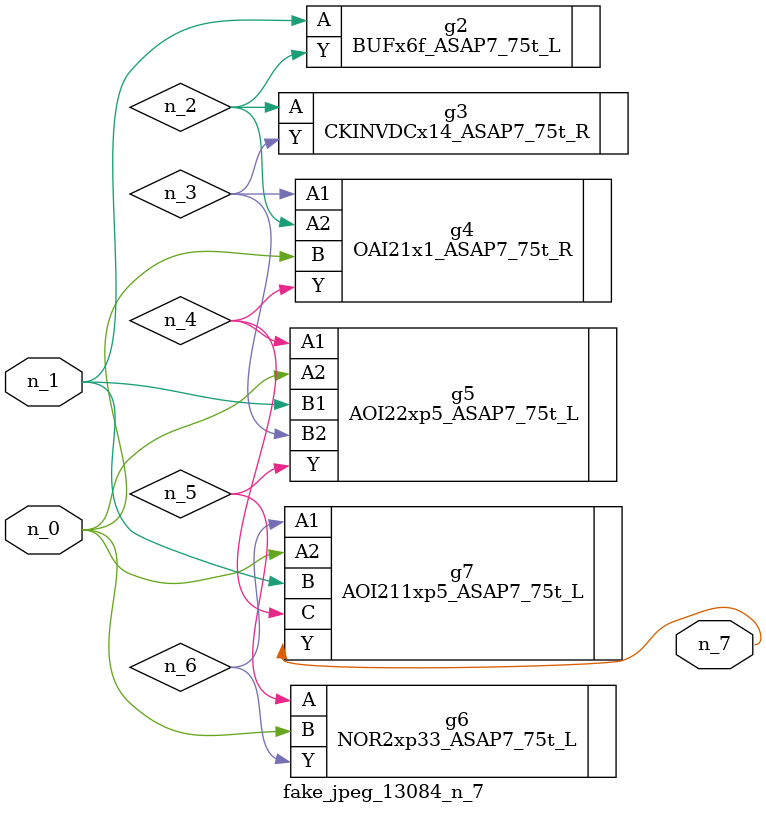
<source format=v>
module fake_jpeg_13084_n_7 (n_0, n_1, n_7);

input n_0;
input n_1;

output n_7;

wire n_2;
wire n_3;
wire n_4;
wire n_6;
wire n_5;

BUFx6f_ASAP7_75t_L g2 ( 
.A(n_1),
.Y(n_2)
);

CKINVDCx14_ASAP7_75t_R g3 ( 
.A(n_2),
.Y(n_3)
);

OAI21x1_ASAP7_75t_R g4 ( 
.A1(n_3),
.A2(n_2),
.B(n_0),
.Y(n_4)
);

AOI22xp5_ASAP7_75t_L g5 ( 
.A1(n_4),
.A2(n_0),
.B1(n_1),
.B2(n_3),
.Y(n_5)
);

NOR2xp33_ASAP7_75t_L g6 ( 
.A(n_5),
.B(n_0),
.Y(n_6)
);

AOI211xp5_ASAP7_75t_L g7 ( 
.A1(n_6),
.A2(n_0),
.B(n_1),
.C(n_4),
.Y(n_7)
);


endmodule
</source>
